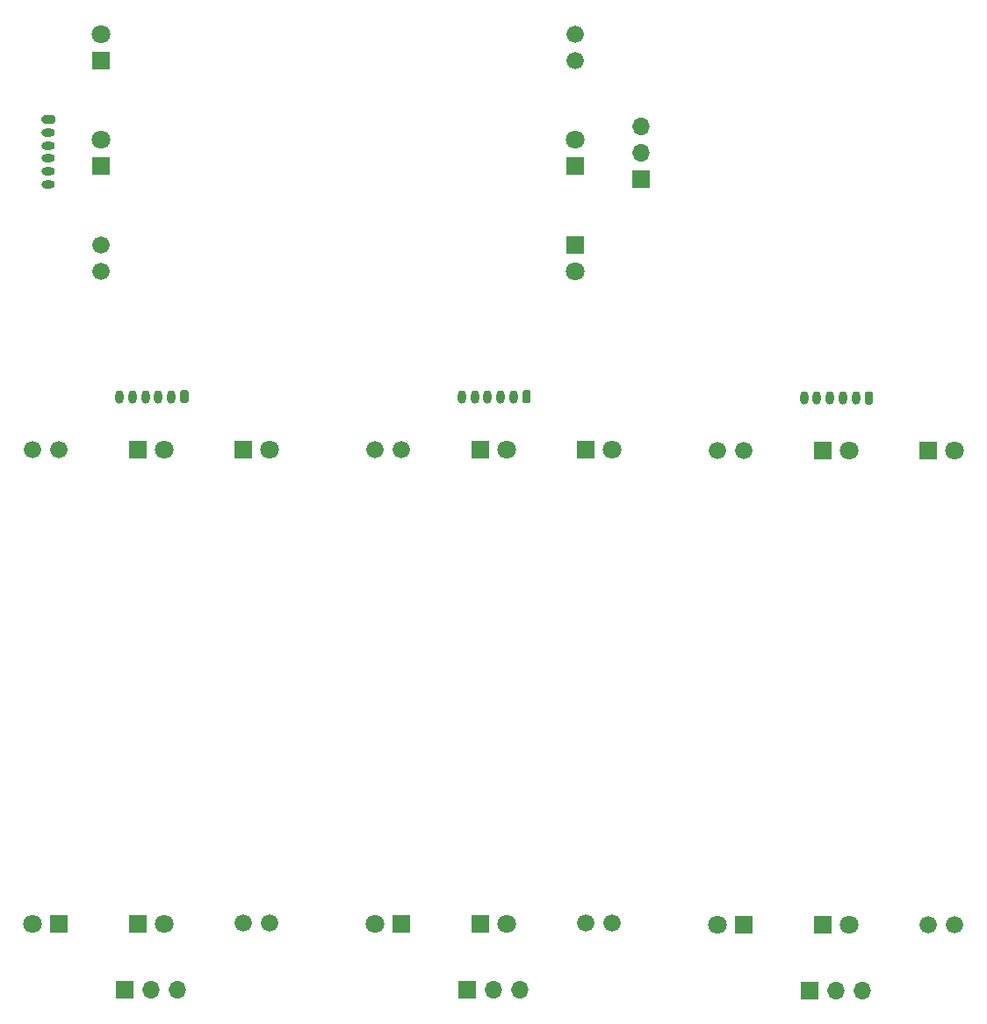
<source format=gbs>
%MOIN*%
%OFA0B0*%
%FSLAX46Y46*%
%IPPOS*%
%LPD*%
%ADD10O,0.031496062992125991X0.051181102362204731*%
%ADD11R,0.066929133858267723X0.066929133858267723*%
%ADD12O,0.066929133858267723X0.066929133858267723*%
%ADD13C,0.066*%
%ADD14R,0.070866141732283464X0.070866141732283464*%
%ADD15C,0.070866141732283464*%
%ADD26O,0.051181102362204731X0.031496062992125991*%
%ADD27R,0.066929133858267723X0.066929133858267723*%
%ADD28O,0.066929133858267723X0.066929133858267723*%
%ADD29C,0.066*%
%ADD30R,0.070866141732283464X0.070866141732283464*%
%ADD31C,0.070866141732283464*%
%ADD32O,0.031496062992125991X0.051181102362204731*%
%ADD33R,0.066929133858267723X0.066929133858267723*%
%ADD34O,0.066929133858267723X0.066929133858267723*%
%ADD35C,0.066*%
%ADD36R,0.070866141732283464X0.070866141732283464*%
%ADD37C,0.070866141732283464*%
%ADD38O,0.031496062992125991X0.051181102362204731*%
%ADD39R,0.066929133858267723X0.066929133858267723*%
%ADD40O,0.066929133858267723X0.066929133858267723*%
%ADD41C,0.066*%
%ADD42R,0.070866141732283464X0.070866141732283464*%
%ADD43C,0.070866141732283464*%
G01*
G36*
G01*
X0000740748Y0002367716D02*
X0000740748Y0002332283D01*
G75*
G02*
X0000732874Y0002324409I-0000007874D01*
G01*
X0000717125Y0002324409D01*
G75*
G02*
X0000709251Y0002332283J0000007874D01*
G01*
X0000709251Y0002367716D01*
G75*
G02*
X0000717125Y0002375590I0000007874D01*
G01*
X0000732874Y0002375590D01*
G75*
G02*
X0000740748Y0002367716J-0000007874D01*
G01*
G37*
D10*
X0000675787Y0002350000D03*
X0000626574Y0002350000D03*
X0000577362Y0002350000D03*
X0000528149Y0002350000D03*
X0000478937Y0002350000D03*
D11*
X0000500000Y0000099999D03*
D12*
X0000600000Y0000099999D03*
X0000700000Y0000099999D03*
D13*
X0001049999Y0000350787D03*
X0000950000Y0000350787D03*
X0000150000Y0002149999D03*
X0000250000Y0002149999D03*
D14*
X0000950000Y0002149999D03*
D15*
X0001049999Y0002149999D03*
D14*
X0000250000Y0000349999D03*
D15*
X0000150000Y0000349999D03*
D14*
X0000549999Y0002149999D03*
D15*
X0000650000Y0002149999D03*
D14*
X0000549999Y0000349999D03*
D15*
X0000650000Y0000349999D03*
G04 next file*
G04 Gerber Fmt 4.6, Leading zero omitted, Abs format (unit mm)*
G04 Created by KiCad (PCBNEW (5.1.10)-1) date 2021-09-22 20:24:30*
G01*
G04 APERTURE LIST*
G04 APERTURE END LIST*
G36*
G01*
X0000191338Y0003417913D02*
X0000226771Y0003417913D01*
G75*
G02*
X0000234645Y0003410039J-0000007874D01*
G01*
X0000234645Y0003394291D01*
G75*
G02*
X0000226771Y0003386417I-0000007874D01*
G01*
X0000191338Y0003386417D01*
G75*
G02*
X0000183464Y0003394291J0000007874D01*
G01*
X0000183464Y0003410039D01*
G75*
G02*
X0000191338Y0003417913I0000007874D01*
G01*
G37*
D26*
X0000209055Y0003352952D03*
X0000209055Y0003303740D03*
X0000209055Y0003254527D03*
X0000209055Y0003205314D03*
X0000209055Y0003156102D03*
D27*
X0002459055Y0003177165D03*
D28*
X0002459055Y0003277165D03*
X0002459055Y0003377165D03*
D29*
X0002208267Y0003727165D03*
X0002208267Y0003627165D03*
X0000409055Y0002827165D03*
X0000409055Y0002927165D03*
D30*
X0000409055Y0003627165D03*
D31*
X0000409055Y0003727165D03*
D30*
X0002209055Y0002927165D03*
D31*
X0002209055Y0002827165D03*
D30*
X0000409055Y0003227165D03*
D31*
X0000409055Y0003327165D03*
D30*
X0002209055Y0003227165D03*
D31*
X0002209055Y0003327165D03*
G04 next file*
G04 Gerber Fmt 4.6, Leading zero omitted, Abs format (unit mm)*
G04 Created by KiCad (PCBNEW (5.1.10)-1) date 2021-09-22 20:24:30*
G01*
G04 APERTURE LIST*
G04 APERTURE END LIST*
G36*
G01*
X0003338937Y0002362637D02*
X0003338937Y0002327204D01*
G75*
G02*
X0003331062Y0002319330I-0000007874D01*
G01*
X0003315314Y0002319330D01*
G75*
G02*
X0003307440Y0002327204J0000007874D01*
G01*
X0003307440Y0002362637D01*
G75*
G02*
X0003315314Y0002370511I0000007874D01*
G01*
X0003331062Y0002370511D01*
G75*
G02*
X0003338937Y0002362637J-0000007874D01*
G01*
G37*
D32*
X0003273976Y0002344921D03*
X0003224763Y0002344921D03*
X0003175551Y0002344921D03*
X0003126338Y0002344921D03*
X0003077125Y0002344921D03*
D33*
X0003098188Y0000094921D03*
D34*
X0003198188Y0000094921D03*
X0003298188Y0000094921D03*
D35*
X0003648188Y0000345708D03*
X0003548188Y0000345708D03*
X0002748188Y0002144921D03*
X0002848188Y0002144921D03*
D36*
X0003548188Y0002144921D03*
D37*
X0003648188Y0002144921D03*
D36*
X0002848188Y0000344921D03*
D37*
X0002748188Y0000344921D03*
D36*
X0003148188Y0002144921D03*
D37*
X0003248188Y0002144921D03*
D36*
X0003148188Y0000344921D03*
D37*
X0003248188Y0000344921D03*
G04 next file*
G04 Gerber Fmt 4.6, Leading zero omitted, Abs format (unit mm)*
G04 Created by KiCad (PCBNEW (5.1.10)-1) date 2021-09-22 20:24:30*
G01*
G04 APERTURE LIST*
G04 APERTURE END LIST*
G36*
G01*
X0002039960Y0002367716D02*
X0002039960Y0002332283D01*
G75*
G02*
X0002032086Y0002324409I-0000007874D01*
G01*
X0002016338Y0002324409D01*
G75*
G02*
X0002008464Y0002332283J0000007874D01*
G01*
X0002008464Y0002367716D01*
G75*
G02*
X0002016338Y0002375590I0000007874D01*
G01*
X0002032086Y0002375590D01*
G75*
G02*
X0002039960Y0002367716J-0000007874D01*
G01*
G37*
D38*
X0001975000Y0002350000D03*
X0001925787Y0002350000D03*
X0001876574Y0002350000D03*
X0001827362Y0002350000D03*
X0001778149Y0002350000D03*
D39*
X0001799212Y0000099999D03*
D40*
X0001899212Y0000099999D03*
X0001999212Y0000099999D03*
D41*
X0002349212Y0000350787D03*
X0002249212Y0000350787D03*
X0001449212Y0002149999D03*
X0001549212Y0002149999D03*
D42*
X0002249212Y0002149999D03*
D43*
X0002349212Y0002149999D03*
D42*
X0001549212Y0000349999D03*
D43*
X0001449212Y0000349999D03*
D42*
X0001849212Y0002149999D03*
D43*
X0001949212Y0002149999D03*
D42*
X0001849212Y0000349999D03*
D43*
X0001949212Y0000349999D03*
M02*
</source>
